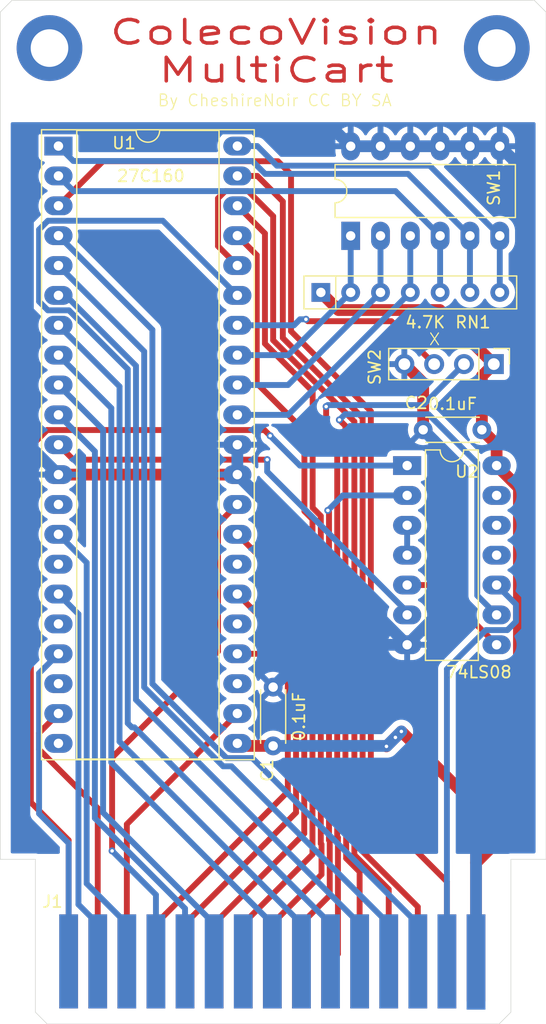
<source format=kicad_pcb>
(kicad_pcb (version 20240108) (generator "pcbnew") (generator_version "8.0")
  (layers (0 "F.Cu" signal) (31 "B.Cu" signal) (34 "B.Paste" user) (35 "F.Paste" user) (36 "B.SilkS" user "B.Silkscreen") (37 "F.SilkS" user "F.Silkscreen") (38 "B.Mask" user) (39 "F.Mask" user) (44 "Edge.Cuts" user))
  (net 0 "")
  (net 1 "VCC")
  (net 2 "GND")
  (net 3 "A8")
  (net 4 "D4")
  (net 5 "A3")
  (net 6 "A10")
  (net 7 "!CART_0XA0")
  (net 8 "D7")
  (net 9 "A6")
  (net 10 "A2")
  (net 11 "A5")
  (net 12 "A7")
  (net 13 "D3")
  (net 14 "A1")
  (net 15 "!CART_0X80")
  (net 16 "D1")
  (net 17 "D0")
  (net 18 "D6")
  (net 19 "D5")
  (net 20 "A4")
  (net 21 "A11")
  (net 22 "A9")
  (net 23 "A14")
  (net 24 "A12")
  (net 26 "D2")
  (net 27 "A0")
  (net 28 "A13")
  (net 29 "!CART_0xC0")
  (net 30 "!CART_0xE0")
  (net 31 "A16")
  (net 32 "A17")
  (net 33 "A20")
  (net 34 "A19")
  (net 35 "A18")
  (net 36 "A15")
  (net 41 "~{E}")
  (net 46 "Net-(U2-Pad3)")
  (net 47 "Net-(U2-Pad5)")
  (net 51 "Net-(U1-A13)")
  (footprint "Connector_PinHeader_2.54mm:PinHeader_1x04_P2.54mm_Vertical" (layer "F.Cu") (at 127.254 60.96 -90)
    (property "Reference" "SW2" (at 0.254 10.15 90) (layer "F.SilkS"))
    (property "Value" "SW_SP3T")
    (fp_line (start -1.33 8.95) (end 1.33 8.95) (stroke (width 0.12)) (layer "F.SilkS"))
    (fp_line (start -1.33 1.27) (end -1.33 8.95) (stroke (width 0.12)) (layer "F.SilkS"))
    (fp_line (start -1.33 1.27) (end 1.33 1.27) (stroke (width 0.12)) (layer "F.SilkS"))
    (fp_line (start 1.33 1.27) (end 1.33 8.95) (stroke (width 0.12)) (layer "F.SilkS"))
    (fp_line (start -1.33 0) (end -1.33 -1.33) (stroke (width 0.12)) (layer "F.SilkS"))
    (fp_line (start -1.33 -1.33) (end 0 -1.33) (stroke (width 0.12)) (layer "F.SilkS"))
    (pad "1" thru_hole rect (at 0 0 270) (size 1.7 1.7) (drill 1) (layers "*.Cu" "*.Mask") (net 1 "VCC"))
    (pad "2" thru_hole oval (at 0 2.54 270) (size 1.7 1.7) (drill 1) (layers "*.Cu" "*.Mask") (net 23 "A14"))
    (pad "3" thru_hole oval (at 0 5.08 270) (size 1.7 1.7) (drill 1) (layers "*.Cu" "*.Mask") (net 51 "Net-(U1-A13)"))
    (pad "4" thru_hole oval (at 0 7.62 270) (size 1.7 1.7) (drill 1) (layers "*.Cu" "*.Mask") (net 2 "GND"))
  )
  (footprint "MountingHole:MountingHole_3.2mm_M3_DIN965_Pad_TopBottom" (layer "F.Cu") (at 89.408 34.084)
    (property "Reference" "MH" (hide yes))
    (property "Value" "")
    (pad "1" thru_hole circle (at 0 0) (size 3.6 3.6) (drill 3.2) (layers "*.Cu" "*.Mask"))
    (pad "1" connect circle (at 0 0) (size 5.6 5.6) (layers "F.Cu" "F.Mask"))
    (pad "1" connect circle (at 0 0) (size 5.6 5.6) (layers "B.Cu" "B.Mask"))
  )
  (footprint "Package_DIP:DIP-12_W7.62mm_LongPads" (layer "F.Cu") (at 115.062 50.053 90)
    (property "Reference" "SW1" (at 4.079 12.192 90) (layer "F.SilkS"))
    (property "Value" "SW_DIP_x06")
    (fp_line (start 6.06 -1.33) (end 4.81 -1.33) (stroke (width 0.12)) (layer "F.SilkS"))
    (fp_line (start 2.81 -1.33) (end 1.56 -1.33) (stroke (width 0.12)) (layer "F.SilkS"))
    (fp_line (start 1.56 -1.33) (end 1.56 14.03) (stroke (width 0.12)) (layer "F.SilkS"))
    (fp_line (start 6.06 14.03) (end 6.06 -1.33) (stroke (width 0.12)) (layer "F.SilkS"))
    (fp_line (start 1.56 14.03) (end 6.06 14.03) (stroke (width 0.12)) (layer "F.SilkS"))
    (fp_arc (start 4.81 -1.33) (mid 3.81 -0.33) (end 2.81 -1.33) (stroke (width 0.12)) (layer "F.SilkS"))
    (pad "1" thru_hole rect (at 0 0 90) (size 2.4 1.6) (drill 0.8) (layers "*.Cu" "*.Mask") (net 36 "A15"))
    (pad "2" thru_hole oval (at 0 2.54 90) (size 2.4 1.6) (drill 0.8) (layers "*.Cu" "*.Mask") (net 31 "A16"))
    (pad "3" thru_hole oval (at 0 5.08 90) (size 2.4 1.6) (drill 0.8) (layers "*.Cu" "*.Mask") (net 32 "A17"))
    (pad "4" thru_hole oval (at 0 7.62 90) (size 2.4 1.6) (drill 0.8) (layers "*.Cu" "*.Mask") (net 35 "A18"))
    (pad "5" thru_hole oval (at 0 10.16 90) (size 2.4 1.6) (drill 0.8) (layers "*.Cu" "*.Mask") (net 34 "A19"))
    (pad "6" thru_hole oval (at 0 12.7 90) (size 2.4 1.6) (drill 0.8) (layers "*.Cu" "*.Mask") (net 33 "A20"))
    (pad "7" thru_hole oval (at 7.62 12.7 90) (size 2.4 1.6) (drill 0.8) (layers "*.Cu" "*.Mask") (net 2 "GND"))
    (pad "8" thru_hole oval (at 7.62 10.16 90) (size 2.4 1.6) (drill 0.8) (layers "*.Cu" "*.Mask") (net 2 "GND"))
    (pad "9" thru_hole oval (at 7.62 7.62 90) (size 2.4 1.6) (drill 0.8) (layers "*.Cu" "*.Mask") (net 2 "GND"))
    (pad "10" thru_hole oval (at 7.62 5.08 90) (size 2.4 1.6) (drill 0.8) (layers "*.Cu" "*.Mask") (net 2 "GND"))
    (pad "11" thru_hole oval (at 7.62 2.54 90) (size 2.4 1.6) (drill 0.8) (layers "*.Cu" "*.Mask") (net 2 "GND"))
    (pad "12" thru_hole oval (at 7.62 0 90) (size 2.4 1.6) (drill 0.8) (layers "*.Cu" "*.Mask") (net 2 "GND"))
  )
  (footprint "Package_DIP:DIP-42_W15.24mm_Socket_LongPads" (layer "F.Cu") (at 90.17 42.418)
    (property "Reference" "U1" (at 5.588 -0.254 0) (layer "F.SilkS"))
    (property "Value" "27C160" (at 7.874 2.54 0) (layer "F.SilkS"))
    (fp_line (start -1.44 -1.39) (end -1.44 52.19) (stroke (width 0.12)) (layer "F.SilkS"))
    (fp_line (start -1.44 52.19) (end 16.68 52.19) (stroke (width 0.12)) (layer "F.SilkS"))
    (fp_line (start 1.56 -1.33) (end 1.56 52.13) (stroke (width 0.12)) (layer "F.SilkS"))
    (fp_line (start 1.56 52.13) (end 13.68 52.13) (stroke (width 0.12)) (layer "F.SilkS"))
    (fp_line (start 6.62 -1.33) (end 1.56 -1.33) (stroke (width 0.12)) (layer "F.SilkS"))
    (fp_line (start 13.68 -1.33) (end 8.62 -1.33) (stroke (width 0.12)) (layer "F.SilkS"))
    (fp_line (start 13.68 52.13) (end 13.68 -1.33) (stroke (width 0.12)) (layer "F.SilkS"))
    (fp_line (start 16.68 -1.39) (end -1.44 -1.39) (stroke (width 0.12)) (layer "F.SilkS"))
    (fp_line (start 16.68 52.19) (end 16.68 -1.39) (stroke (width 0.12)) (layer "F.SilkS"))
    (fp_arc (start 8.62 -1.33) (mid 7.62 -0.33) (end 6.62 -1.33) (stroke (width 0.12)) (layer "F.SilkS"))
    (pad "1" thru_hole rect (at 0 0) (size 2.4 1.6) (drill 0.8) (layers "*.Cu" "*.Mask") (net 34 "A19"))
    (pad "2" thru_hole oval (at 0 2.54) (size 2.4 1.6) (drill 0.8) (layers "*.Cu" "*.Mask") (net 35 "A18"))
    (pad "3" thru_hole oval (at 0 5.08) (size 2.4 1.6) (drill 0.8) (layers "*.Cu" "*.Mask") (net 3 "A8"))
    (pad "4" thru_hole oval (at 0 7.62) (size 2.4 1.6) (drill 0.8) (layers "*.Cu" "*.Mask") (net 12 "A7"))
    (pad "5" thru_hole oval (at 0 10.16) (size 2.4 1.6) (drill 0.8) (layers "*.Cu" "*.Mask") (net 9 "A6"))
    (pad "6" thru_hole oval (at 0 12.7) (size 2.4 1.6) (drill 0.8) (layers "*.Cu" "*.Mask") (net 11 "A5"))
    (pad "7" thru_hole oval (at 0 15.24) (size 2.4 1.6) (drill 0.8) (layers "*.Cu" "*.Mask") (net 20 "A4"))
    (pad "8" thru_hole oval (at 0 17.78) (size 2.4 1.6) (drill 0.8) (layers "*.Cu" "*.Mask") (net 5 "A3"))
    (pad "9" thru_hole oval (at 0 20.32) (size 2.4 1.6) (drill 0.8) (layers "*.Cu" "*.Mask") (net 10 "A2"))
    (pad "10" thru_hole oval (at 0 22.86) (size 2.4 1.6) (drill 0.8) (layers "*.Cu" "*.Mask") (net 14 "A1"))
    (pad "11" thru_hole oval (at 0 25.4) (size 2.4 1.6) (drill 0.8) (layers "*.Cu" "*.Mask") (net 41 "~{E}"))
    (pad "12" thru_hole oval (at 0 27.94) (size 2.4 1.6) (drill 0.8) (layers "*.Cu" "*.Mask") (net 2 "GND"))
    (pad "13" thru_hole oval (at 0 30.48) (size 2.4 1.6) (drill 0.8) (layers "*.Cu" "*.Mask"))
    (pad "14" thru_hole oval (at 0 33.02) (size 2.4 1.6) (drill 0.8) (layers "*.Cu" "*.Mask") (net 17 "D0"))
    (pad "15" thru_hole oval (at 0 35.56) (size 2.4 1.6) (drill 0.8) (layers "*.Cu" "*.Mask"))
    (pad "16" thru_hole oval (at 0 38.1) (size 2.4 1.6) (drill 0.8) (layers "*.Cu" "*.Mask") (net 16 "D1"))
    (pad "17" thru_hole oval (at 0 40.64) (size 2.4 1.6) (drill 0.8) (layers "*.Cu" "*.Mask"))
    (pad "18" thru_hole oval (at 0 43.18) (size 2.4 1.6) (drill 0.8) (layers "*.Cu" "*.Mask") (net 26 "D2"))
    (pad "19" thru_hole oval (at 0 45.72) (size 2.4 1.6) (drill 0.8) (layers "*.Cu" "*.Mask"))
    (pad "20" thru_hole oval (at 0 48.26) (size 2.4 1.6) (drill 0.8) (layers "*.Cu" "*.Mask") (net 13 "D3"))
    (pad "21" thru_hole oval (at 0 50.8) (size 2.4 1.6) (drill 0.8) (layers "*.Cu" "*.Mask"))
    (pad "22" thru_hole oval (at 15.24 50.8) (size 2.4 1.6) (drill 0.8) (layers "*.Cu" "*.Mask") (net 1 "VCC"))
    (pad "23" thru_hole oval (at 15.24 48.26) (size 2.4 1.6) (drill 0.8) (layers "*.Cu" "*.Mask") (net 4 "D4"))
    (pad "24" thru_hole oval (at 15.24 45.72) (size 2.4 1.6) (drill 0.8) (layers "*.Cu" "*.Mask"))
    (pad "25" thru_hole oval (at 15.24 43.18) (size 2.4 1.6) (drill 0.8) (layers "*.Cu" "*.Mask") (net 19 "D5"))
    (pad "26" thru_hole oval (at 15.24 40.64) (size 2.4 1.6) (drill 0.8) (layers "*.Cu" "*.Mask"))
    (pad "27" thru_hole oval (at 15.24 38.1) (size 2.4 1.6) (drill 0.8) (layers "*.Cu" "*.Mask") (net 18 "D6"))
    (pad "28" thru_hole oval (at 15.24 35.56) (size 2.4 1.6) (drill 0.8) (layers "*.Cu" "*.Mask"))
    (pad "29" thru_hole oval (at 15.24 33.02) (size 2.4 1.6) (drill 0.8) (layers "*.Cu" "*.Mask") (net 8 "D7"))
    (pad "30" thru_hole oval (at 15.24 30.48) (size 2.4 1.6) (drill 0.8) (layers "*.Cu" "*.Mask") (net 27 "A0"))
    (pad "31" thru_hole oval (at 15.24 27.94) (size 2.4 1.6) (drill 0.8) (layers "*.Cu" "*.Mask") (net 2 "GND"))
    (pad "32" thru_hole oval (at 15.24 25.4) (size 2.4 1.6) (drill 0.8) (layers "*.Cu" "*.Mask") (net 2 "GND"))
    (pad "33" thru_hole oval (at 15.24 22.86) (size 2.4 1.6) (drill 0.8) (layers "*.Cu" "*.Mask") (net 32 "A17"))
    (pad "34" thru_hole oval (at 15.24 20.32) (size 2.4 1.6) (drill 0.8) (layers "*.Cu" "*.Mask") (net 31 "A16"))
    (pad "35" thru_hole oval (at 15.24 17.78) (size 2.4 1.6) (drill 0.8) (layers "*.Cu" "*.Mask") (net 36 "A15"))
    (pad "36" thru_hole oval (at 15.24 15.24) (size 2.4 1.6) (drill 0.8) (layers "*.Cu" "*.Mask") (net 51 "Net-(U1-A13)"))
    (pad "37" thru_hole oval (at 15.24 12.7) (size 2.4 1.6) (drill 0.8) (layers "*.Cu" "*.Mask") (net 28 "A13"))
    (pad "38" thru_hole oval (at 15.24 10.16) (size 2.4 1.6) (drill 0.8) (layers "*.Cu" "*.Mask") (net 24 "A12"))
    (pad "39" thru_hole oval (at 15.24 7.62) (size 2.4 1.6) (drill 0.8) (layers "*.Cu" "*.Mask") (net 21 "A11"))
    (pad "40" thru_hole oval (at 15.24 5.08) (size 2.4 1.6) (drill 0.8) (layers "*.Cu" "*.Mask") (net 6 "A10"))
    (pad "41" thru_hole oval (at 15.24 2.54) (size 2.4 1.6) (drill 0.8) (layers "*.Cu" "*.Mask") (net 22 "A9"))
    (pad "42" thru_hole oval (at 15.24 0) (size 2.4 1.6) (drill 0.8) (layers "*.Cu" "*.Mask") (net 33 "A20"))
  )
  (footprint "Capacitor_THT:C_Disc_D4.3mm_W1.9mm_P5.00mm" (layer "F.Cu") (at 126.238 66.548 180)
    (property "Reference" "C2" (at 5.588 2.286 0) (layer "F.SilkS"))
    (property "Value" "0.1uF" (at 2.5 2.2 0) (layer "F.SilkS"))
    (fp_line (start 4.77 1.055) (end 4.77 1.07) (stroke (width 0.12)) (layer "F.SilkS"))
    (fp_line (start 4.77 -1.07) (end 4.77 -1.055) (stroke (width 0.12)) (layer "F.SilkS"))
    (fp_line (start 0.23 1.07) (end 4.77 1.07) (stroke (width 0.12)) (layer "F.SilkS"))
    (fp_line (start 0.23 1.055) (end 0.23 1.07) (stroke (width 0.12)) (layer "F.SilkS"))
    (fp_line (start 0.23 -1.07) (end 4.77 -1.07) (stroke (width 0.12)) (layer "F.SilkS"))
    (fp_line (start 0.23 -1.07) (end 0.23 -1.055) (stroke (width 0.12)) (layer "F.SilkS"))
    (pad "1" thru_hole circle (at 0 0 180) (size 1.6 1.6) (drill 0.8) (layers "*.Cu" "*.Mask") (net 1 "VCC"))
    (pad "2" thru_hole circle (at 5 0 180) (size 1.6 1.6) (drill 0.8) (layers "*.Cu" "*.Mask") (net 2 "GND"))
  )
  (footprint "CheshBits:30 Way Edge Connector" (layer "F.Cu") (at 108.388281 112.014)
    (property "Reference" "J1" (at -18.726281 -5.334 0) (layer "F.SilkS"))
    (property "Value" "Cartridge Edge Connector")
    (pad "1" connect rect (at -17.349997 -0.254) (size 1.6 8) (layers "B.Cu" "B.Mask") (net 26 "D2"))
    (pad "2" connect rect (at -17.349997 -0.254) (size 1.6 8) (layers "F.Cu" "F.Mask") (net 29 "!CART_0xC0"))
    (pad "3" connect rect (at -14.87142 -0.254) (size 1.6 8) (layers "B.Cu" "B.Mask") (net 16 "D1"))
    (pad "4" connect rect (at -14.871426 -0.254) (size 1.6 8) (layers "F.Cu" "F.Mask") (net 13 "D3"))
    (pad "5" connect rect (at -12.392849 -0.254) (size 1.6 8) (layers "B.Cu" "B.Mask") (net 17 "D0"))
    (pad "6" connect rect (at -12.392855 -0.254) (size 1.6 8) (layers "F.Cu" "F.Mask") (net 4 "D4"))
    (pad "7" connect rect (at -9.914278 -0.254) (size 1.6 8) (layers "B.Cu" "B.Mask") (net 27 "A0"))
    (pad "8" connect rect (at -9.914284 -0.254) (size 1.6 8) (layers "F.Cu" "F.Mask") (net 19 "D5"))
    (pad "9" connect rect (at -7.435707 -0.254) (size 1.6 8) (layers "B.Cu" "B.Mask") (net 14 "A1"))
    (pad "10" connect rect (at -7.435713 -0.254) (size 1.6 8) (layers "F.Cu" "F.Mask") (net 18 "D6"))
    (pad "11" connect rect (at -4.957136 -0.254) (size 1.6 8) (layers "B.Cu" "B.Mask") (net 10 "A2"))
    (pad "12" connect rect (at -4.957142 -0.254) (size 1.6 8) (layers "F.Cu" "F.Mask") (net 8 "D7"))
    (pad "13" connect rect (at -2.478565 -0.254) (size 1.6 8) (layers "B.Cu" "B.Mask"))
    (pad "14" connect rect (at -2.478571 -0.254) (size 1.6 8) (layers "F.Cu" "F.Mask") (net 21 "A11"))
    (pad "15" connect rect (at 0.000006 -0.254) (size 1.6 8) (layers "B.Cu" "B.Mask") (net 5 "A3"))
    (pad "16" connect rect (at 0 -0.254) (size 1.6 8) (layers "F.Cu" "F.Mask") (net 6 "A10"))
    (pad "17" connect rect (at 2.478577 -0.254) (size 1.6 8) (layers "B.Cu" "B.Mask") (net 20 "A4"))
    (pad "18" connect rect (at 2.478571 -0.254) (size 1.6 8) (layers "F.Cu" "F.Mask") (net 15 "!CART_0X80"))
    (pad "19" connect rect (at 4.957148 -0.254) (size 1.6 8) (layers "B.Cu" "B.Mask") (net 28 "A13"))
    (pad "20" connect rect (at 4.957142 -0.254) (size 1.6 8) (layers "F.Cu" "F.Mask") (net 23 "A14"))
    (pad "21" connect rect (at 7.435719 -0.254) (size 1.6 8) (layers "B.Cu" "B.Mask") (net 11 "A5"))
    (pad "22" connect rect (at 7.435713 -0.254) (size 1.6 8) (layers "F.Cu" "F.Mask") (net 7 "!CART_0XA0"))
    (pad "23" connect rect (at 9.91429 -0.254) (size 1.6 8) (layers "B.Cu" "B.Mask") (net 9 "A6"))
    (pad "24" connect rect (at 9.914284 -0.254) (size 1.6 8) (layers "F.Cu" "F.Mask") (net 24 "A12"))
    (pad "25" connect rect (at 12.392861 -0.254) (size 1.6 8) (layers "B.Cu" "B.Mask") (net 12 "A7"))
    (pad "26" connect rect (at 12.392855 -0.254) (size 1.6 8) (layers "F.Cu" "F.Mask") (net 22 "A9"))
    (pad "27" connect rect (at 14.871432 -0.254) (size 1.6 8) (layers "B.Cu" "B.Mask") (net 30 "!CART_0xE0"))
    (pad "28" connect rect (at 14.871426 -0.254) (size 1.6 8) (layers "F.Cu" "F.Mask") (net 3 "A8"))
    (pad "29" connect rect (at 17.350003 -0.204) (size 1.6 8.1) (layers "B.Cu" "B.Mask") (net 2 "GND"))
    (pad "30" connect rect (at 17.350003 -0.554) (size 1.6 7.4) (layers "F.Cu" "F.Mask") (net 1 "VCC"))
  )
  (footprint "Package_DIP:DIP-14_W7.62mm_LongPads" (layer "F.Cu") (at 119.873 69.591)
    (property "Reference" "U2" (at 5.095 0.513 0) (layer "F.SilkS"))
    (property "Value" "74LS08" (at 6.111 17.57 0) (layer "F.SilkS"))
    (fp_line (start 1.56 -1.33) (end 1.56 16.57) (stroke (width 0.12)) (layer "F.SilkS"))
    (fp_line (start 1.56 16.57) (end 6.06 16.57) (stroke (width 0.12)) (layer "F.SilkS"))
    (fp_line (start 2.81 -1.33) (end 1.56 -1.33) (stroke (width 0.12)) (layer "F.SilkS"))
    (fp_line (start 6.06 -1.33) (end 4.81 -1.33) (stroke (width 0.12)) (layer "F.SilkS"))
    (fp_line (start 6.06 16.57) (end 6.06 -1.33) (stroke (width 0.12)) (layer "F.SilkS"))
    (fp_arc (start 4.81 -1.33) (mid 3.81 -0.33) (end 2.81 -1.33) (stroke (width 0.12)) (layer "F.SilkS"))
    (pad "1" thru_hole rect (at 0 0) (size 2.4 1.6) (drill 0.8) (layers "*.Cu" "*.Mask") (net 29 "!CART_0xC0"))
    (pad "2" thru_hole oval (at 0 2.54) (size 2.4 1.6) (drill 0.8) (layers "*.Cu" "*.Mask") (net 15 "!CART_0X80"))
    (pad "3" thru_hole oval (at 0 5.08) (size 2.4 1.6) (drill 0.8) (layers "*.Cu" "*.Mask") (net 46 "Net-(U2-Pad3)"))
    (pad "4" thru_hole oval (at 0 7.62) (size 2.4 1.6) (drill 0.8) (layers "*.Cu" "*.Mask") (net 46 "Net-(U2-Pad3)"))
    (pad "5" thru_hole oval (at 0 10.16) (size 2.4 1.6) (drill 0.8) (layers "*.Cu" "*.Mask") (net 47 "Net-(U2-Pad5)"))
    (pad "6" thru_hole oval (at 0 12.7) (size 2.4 1.6) (drill 0.8) (layers "*.Cu" "*.Mask") (net 41 "~{E}"))
    (pad "7" thru_hole oval (at 0 15.24) (size 2.4 1.6) (drill 0.8) (layers "*.Cu" "*.Mask") (net 2 "GND"))
    (pad "8" thru_hole oval (at 7.62 15.24) (size 2.4 1.6) (drill 0.8) (layers "*.Cu" "*.Mask") (net 47 "Net-(U2-Pad5)"))
    (pad "9" thru_hole oval (at 7.62 12.7) (size 2.4 1.6) (drill 0.8) (layers "*.Cu" "*.Mask") (net 7 "!CART_0XA0"))
    (pad "10" thru_hole oval (at 7.62 10.16) (size 2.4 1.6) (drill 0.8) (layers "*.Cu" "*.Mask") (net 30 "!CART_0xE0"))
    (pad "11" thru_hole oval (at 7.62 7.62) (size 2.4 1.6) (drill 0.8) (layers "*.Cu" "*.Mask"))
    (pad "12" thru_hole oval (at 7.62 5.08) (size 2.4 1.6) (drill 0.8) (layers "*.Cu" "*.Mask"))
    (pad "13" thru_hole oval (at 7.62 2.54) (size 2.4 1.6) (drill 0.8) (layers "*.Cu" "*.Mask"))
    (pad "14" thru_hole oval (at 7.62 0) (size 2.4 1.6) (drill 0.8) (layers "*.Cu" "*.Mask") (net 1 "VCC"))
  )
  (footprint "Resistor_THT:R_Array_SIP7" (layer "F.Cu") (at 112.522 54.864)
    (property "Reference" "RN1" (at 12.954 2.54 0) (layer "F.SilkS"))
    (property "Value" "4.7K" (at 8.89 2.54 0) (layer "F.SilkS"))
    (fp_line (start -1.44 -1.4) (end -1.44 1.4) (stroke (width 0.12)) (layer "F.SilkS"))
    (fp_line (start -1.44 1.4) (end 16.68 1.4) (stroke (width 0.12)) (layer "F.SilkS"))
    (fp_line (start 1.27 -1.4) (end 1.27 1.4) (stroke (width 0.12)) (layer "F.SilkS"))
    (fp_line (start 16.68 -1.4) (end -1.44 -1.4) (stroke (width 0.12)) (layer "F.SilkS"))
    (fp_line (start 16.68 1.4) (end 16.68 -1.4) (stroke (width 0.12)) (layer "F.SilkS"))
    (pad "1" thru_hole rect (at 0 0) (size 1.6 1.6) (drill 0.8) (layers "*.Cu" "*.Mask") (net 1 "VCC"))
    (pad "2" thru_hole oval (at 2.54 0) (size 1.6 1.6) (drill 0.8) (layers "*.Cu" "*.Mask") (net 36 "A15"))
    (pad "3" thru_hole oval (at 5.08 0) (size 1.6 1.6) (drill 0.8) (layers "*.Cu" "*.Mask") (net 31 "A16"))
    (pad "4" thru_hole oval (at 7.62 0) (size 1.6 1.6) (drill 0.8) (layers "*.Cu" "*.Mask") (net 32 "A17"))
    (pad "5" thru_hole oval (at 10.16 0) (size 1.6 1.6) (drill 0.8) (layers "*.Cu" "*.Mask") (net 35 "A18"))
    (pad "6" thru_hole oval (at 12.7 0) (size 1.6 1.6) (drill 0.8) (layers "*.Cu" "*.Mask") (net 34 "A19"))
    (pad "7" thru_hole oval (at 15.24 0) (size 1.6 1.6) (drill 0.8) (layers "*.Cu" "*.Mask") (net 33 "A20"))
  )
  (footprint "Capacitor_THT:C_Disc_D4.3mm_W1.9mm_P5.00mm" (layer "F.Cu") (at 108.458 93.432 90)
    (property "Reference" "C1" (at -2.072 -0.508 90) (layer "F.SilkS"))
    (property "Value" "0.1uF" (at 2.5 2.2 90) (layer "F.SilkS"))
    (fp_line (start 4.77 -1.07) (end 4.77 -1.055) (stroke (width 0.12)) (layer "F.SilkS"))
    (fp_line (start 0.23 -1.07) (end 4.77 -1.07) (stroke (width 0.12)) (layer "F.SilkS"))
    (fp_line (start 0.23 -1.07) (end 0.23 -1.055) (stroke (width 0.12)) (layer "F.SilkS"))
    (fp_line (start 4.77 1.055) (end 4.77 1.07) (stroke (width 0.12)) (layer "F.SilkS"))
    (fp_line (start 0.23 1.055) (end 0.23 1.07) (stroke (width 0.12)) (layer "F.SilkS"))
    (fp_line (start 0.23 1.07) (end 4.77 1.07) (stroke (width 0.12)) (layer "F.SilkS"))
    (pad "1" thru_hole circle (at 0 0 90) (size 1.6 1.6) (drill 0.8) (layers "*.Cu" "*.Mask") (net 1 "VCC"))
    (pad "2" thru_hole circle (at 5 0 90) (size 1.6 1.6) (drill 0.8) (layers "*.Cu" "*.Mask") (net 2 "GND"))
  )
  (footprint "MountingHole:MountingHole_3.2mm_M3_DIN965_Pad_TopBottom" (layer "F.Cu") (at 127.508 34.084)
    (property "Reference" "MH" (hide yes))
    (property "Value" "")
    (pad "1" thru_hole circle (at 0 0) (size 3.6 3.6) (drill 3.2) (layers "*.Cu" "*.Mask"))
    (pad "1" connect circle (at 0 0) (size 5.6 5.6) (layers "F.Cu" "F.Mask"))
    (pad "1" connect circle (at 0 0) (size 5.6 5.6) (layers "B.Cu" "B.Mask"))
  )
  (gr_line (start 130.699 30.02) (end 86.217 30.02) (stroke (width 0.05)) (layer "Edge.Cuts"))
  (gr_line (start 88.208 103.078) (end 85.217 103.078) (stroke (width 0.05)) (layer "Edge.Cuts"))
  (gr_line (start 88.208 116.078) (end 89.208 117.078) (stroke (width 0.05)) (layer "Edge.Cuts"))
  (gr_line (start 128.708 116.078) (end 128.708 103.078) (stroke (width 0.05)) (layer "Edge.Cuts"))
  (gr_line (start 131.699 31.02) (end 131.699 103.078) (stroke (width 0.05)) (layer "Edge.Cuts"))
  (gr_line (start 130.699 30.02) (end 131.699 31.02) (stroke (width 0.05)) (layer "Edge.Cuts"))
  (gr_line (start 131.699 103.078) (end 128.708 103.078) (stroke (width 0.05)) (layer "Edge.Cuts"))
  (gr_line (start 89.208 117.078) (end 127.708 117.078) (stroke (width 0.05)) (layer "Edge.Cuts"))
  (gr_line (start 127.708 117.078) (end 128.708 116.078) (stroke (width 0.05)) (layer "Edge.Cuts"))
  (gr_line (start 86.217 30.02) (end 85.217 31.02) (stroke (width 0.05)) (layer "Edge.Cuts"))
  (gr_line (start 88.208 103.078) (end 88.208 116.078) (stroke (width 0.05)) (layer "Edge.Cuts"))
  (gr_line (start 85.217 103.078) (end 85.217 31.02) (stroke (width 0.05)) (layer "Edge.Cuts"))
  (gr_text "ColecoVision\nMultiCart" (at 108.712 37.132 0) (layer "F.Cu") (effects (font (size 2 3) (thickness 0.3) (bold yes)) (justify bottom)))
  (gr_text "By CheshireNoir CC BY SA" (at 98.552 39.116 0) (layer "F.SilkS") (effects (font (size 1 1) (thickness 0.1)) (justify left bottom)))
  (gr_text "X" (at 121.666 59.436 0) (layer "F.SilkS") (effects (font (size 1 1) (thickness 0.1)) (justify left bottom)))
  (segment (start 105.624 93.432) (end 105.41 93.218) (width 1) (layer "F.Cu") (net 1))
  (segment (start 127.254 60.96) (end 122.658 56.364) (width 1) (layer "F.Cu") (net 1))
  (segment (start 119.38 92.202) (end 118.872 92.71) (width 1) (layer "F.Cu") (net 1))
  (segment (start 127.493 67.803) (end 126.238 66.548) (width 1) (layer "F.Cu") (net 1))
  (segment (start 125.738284 111.46) (end 125.738284 103.369716) (width 1) (layer "F.Cu") (net 1))
  (segment (start 114.022 56.364) (end 112.522 54.864) (width 1) (layer "F.Cu") (net 1))
  (segment (start 127.493 69.591) (end 127.249 69.591) (width 1) (layer "F.Cu") (net 1))
  (segment (start 122.658 56.364) (end 114.022 56.364) (width 1) (layer "F.Cu") (net 1))
  (segment (start 108.458 93.432) (end 105.624 93.432) (width 1) (layer "F.Cu") (net 1))
  (segment (start 127.493 69.591) (end 127.493 67.803) (width 1) (layer "F.Cu") (net 1))
  (segment (start 129.393 99.715) (end 129.393 71.491) (width 1) (layer "F.Cu") (net 1))
  (segment (start 126.238 66.548) (end 126.238 61.976) (width 1) (layer "F.Cu") (net 1))
  (segment (start 129.393 71.491) (end 127.493 69.591) (width 1) (layer "F.Cu") (net 1))
  (segment (start 126.238 61.976) (end 127.254 60.96) (width 1) (layer "F.Cu") (net 1))
  (segment (start 118.872 92.71) (end 118.11 93.472) (width 1) (layer "F.Cu") (net 1))
  (segment (start 125.738284 103.369716) (end 129.393 99.715) (width 1) (layer "F.Cu") (net 1))
  (segment (start 119.38 92.202) (end 125.738284 98.560284) (width 1) (layer "F.Cu") (net 1))
  (segment (start 125.738284 98.560284) (end 125.738284 103.369716) (width 1) (layer "F.Cu") (net 1))
  (via (at 118.872 92.71) (size 0.6) (drill 0.3) (layers "F.Cu" "B.Cu") (net 1))
  (via (at 118.11 93.472) (size 0.6) (drill 0.3) (layers "F.Cu" "B.Cu") (net 1))
  (via (at 119.38 92.202) (size 0.6) (drill 0.3) (layers "F.Cu" "B.Cu") (net 1))
  (segment (start 108.458 93.432) (end 118.15 93.432) (width 1) (layer "B.Cu") (net 1))
  (segment (start 105.664 93.472) (end 105.41 93.218) (width 1) (layer "B.Cu") (net 1))
  (segment (start 118.15 93.432) (end 119.38 92.202) (width 1) (layer "B.Cu") (net 1))
  (segment (start 121.238 66.548) (end 121.238 62.564) (width 1) (layer "F.Cu") (net 2))
  (segment (start 90.17 70.358) (end 105.41 70.358) (width 1) (layer "F.Cu") (net 2))
  (segment (start 121.238 62.564) (end 119.634 60.96) (width 1) (layer "F.Cu") (net 2))
  (segment (start 112.059 84.831) (end 108.458 88.432) (width 1) (layer "B.Cu") (net 2))
  (segment (start 88.27 40.918) (end 87.57 41.618) (width 1) (layer "B.Cu") (net 2))
  (segment (start 105.41 70.37668) (end 119.86432 84.831) (width 1) (layer "B.Cu") (net 2))
  (segment (start 130.093 44.764) (end 127.762 42.433) (width 1) (layer "B.Cu") (net 2))
  (segment (start 125.738284 96.568284) (end 130.093 92.213568) (width 1) (layer "B.Cu") (net 2))
  (segment (start 122.174001 82.529999) (end 122.174001 67.484001) (width 1) (layer "B.Cu") (net 2))
  (segment (start 119.86432 84.831) (end 119.873 84.831) (width 1) (layer "B.Cu") (net 2))
  (segment (start 130.093 61.976) (end 130.093 44.764) (width 1) (layer "B.Cu") (net 2))
  (segment (start 105.41 70.358) (end 105.41 67.818) (width 1) (layer "B.Cu") (net 2))
  (segment (start 87.57 41.618) (end 87.57 67.758) (width 1) (layer "B.Cu") (net 2))
  (segment (start 119.873 84.831) (end 112.059 84.831) (width 1) (layer "B.Cu") (net 2))
  (segment (start 130.093 92.213568) (end 130.093 61.976) (width 1) (layer "B.Cu") (net 2))
  (segment (start 115.062 42.433) (end 113.547 40.918) (width 1) (layer "B.Cu") (net 2))
  (segment (start 87.57 67.758) (end 90.17 70.358) (width 1) (layer "B.Cu") (net 2))
  (segment (start 125.738284 108.56) (end 125.738284 111.81) (width 1) (layer "B.Cu") (net 2))
  (segment (start 122.174001 67.484001) (end 121.238 66.548) (width 1) (layer "B.Cu") (net 2))
  (segment (start 105.41 70.358) (end 105.41 70.37668) (width 1) (layer "B.Cu") (net 2))
  (segment (start 122.174001 82.529999) (end 119.873 84.831) (width 1) (layer "B.Cu") (net 2))
  (segment (start 127.762 42.433) (end 115.062 42.433) (width 1) (layer "B.Cu") (net 2))
  (segment (start 113.547 40.918) (end 88.27 40.918) (width 1) (layer "B.Cu") (net 2))
  (segment (start 125.738284 111.81) (end 125.738284 96.568284) (width 1) (layer "B.Cu") (net 2))
  (segment (start 123.259707 111.76) (end 123.259707 104.971707) (width 0.5) (layer "F.Cu") (net 3))
  (segment (start 116.778 98.49) (end 116.778 64.962) (width 0.5) (layer "F.Cu") (net 3))
  (segment (start 109.982 58.166) (end 109.982 44.822233) (width 0.5) (layer "F.Cu") (net 3))
  (segment (start 116.778 64.962) (end 109.982 58.166) (width 0.5) (layer "F.Cu") (net 3))
  (segment (start 108.867767 43.708) (end 93.96 43.708) (width 0.5) (layer "F.Cu") (net 3))
  (segment (start 93.96 43.708) (end 90.17 47.498) (width 0.5) (layer "F.Cu") (net 3))
  (segment (start 109.982 44.822233) (end 108.867767 43.708) (width 0.5) (layer "F.Cu") (net 3))
  (segment (start 123.259707 104.971707) (end 116.778 98.49) (width 0.5) (layer "F.Cu") (net 3))
  (segment (start 95.995426 100.092574) (end 105.41 90.678) (width 0.5) (layer "F.Cu") (net 4))
  (segment (start 95.995426 111.76) (end 95.995426 100.092574) (width 0.5) (layer "F.Cu") (net 4))
  (segment (start 94.674 94.845713) (end 94.674 64.702) (width 0.5) (layer "B.Cu") (net 5))
  (segment (start 94.674 64.702) (end 90.17 60.198) (width 0.5) (layer "B.Cu") (net 5))
  (segment (start 108.388287 111.76) (end 108.388287 108.56) (width 0.5) (layer "B.Cu") (net 5))
  (segment (start 108.388287 108.56) (end 94.674 94.845713) (width 0.5) (layer "B.Cu") (net 5))
  (segment (start 108.388281 108.56) (end 112.578 104.370281) (width 0.5) (layer "F.Cu") (net 6))
  (segment (start 111.822 63.28195) (end 107.76 59.21995) (width 0.5) (layer "F.Cu") (net 6))
  (segment (start 112.578 101.805799) (end 112.516 101.743799) (width 0.5) (layer "F.Cu") (net 6))
  (segment (start 112.578 104.370281) (end 112.578 101.805799) (width 0.5) (layer "F.Cu") (net 6))
  (segment (start 107.76 59.21995) (end 107.76 49.848) (width 0.5) (layer "F.Cu") (net 6))
  (segment (start 107.76 49.848) (end 105.41 47.498) (width 0.5) (layer "F.Cu") (net 6))
  (segment (start 108.388281 111.76) (end 108.388281 108.56) (width 0.5) (layer "F.Cu") (net 6))
  (segment (start 112.516 101.743799) (end 112.516 73.875371) (width 0.5) (layer "F.Cu") (net 6))
  (segment (start 112.516 73.875371) (end 111.822 73.181371) (width 0.5) (layer "F.Cu") (net 6))
  (segment (start 111.822 73.181371) (end 111.822 63.28195) (width 0.5) (layer "F.Cu") (net 6))
  (segment (start 114.616 100.873949) (end 114.616 66.217372) (width 0.5) (layer "F.Cu") (net 7))
  (segment (start 115.823994 104.139994) (end 114.678 102.994) (width 0.5) (layer "F.Cu") (net 7))
  (segment (start 114.678 100.935949) (end 114.616 100.873949) (width 0.5) (layer "F.Cu") (net 7))
  (segment (start 115.823994 111.76) (end 115.823994 104.139994) (width 0.5) (layer "F.Cu") (net 7))
  (segment (start 114.678 102.994) (end 114.678 100.935949) (width 0.5) (layer "F.Cu") (net 7))
  (segment (start 114.616 66.217372) (end 114.102447 65.703819) (width 0.5) (layer "F.Cu") (net 7))
  (via (at 114.102447 65.703819) (size 0.6) (drill 0.3) (layers "F.Cu" "B.Cu") (net 7))
  (segment (start 125.843 80.641) (end 125.843 69.385233) (width 0.5) (layer "B.Cu") (net 7))
  (segment (start 121.686033 65.228266) (end 114.578 65.228266) (width 0.5) (layer "B.Cu") (net 7))
  (segment (start 127.493 82.291) (end 125.843 80.641) (width 0.5) (layer "B.Cu") (net 7))
  (segment (start 114.578 65.228266) (end 114.102447 65.703819) (width 0.5) (layer "B.Cu") (net 7))
  (segment (start 125.843 69.385233) (end 121.686033 65.228266) (width 0.5) (layer "B.Cu") (net 7))
  (segment (start 111.108 100.883139) (end 111.108 82.406) (width 0.5) (layer "F.Cu") (net 8))
  (segment (start 108.46 78.488) (end 105.41 75.438) (width 0.5) (layer "F.Cu") (net 8))
  (segment (start 103.431139 108.56) (end 111.108 100.883139) (width 0.5) (layer "F.Cu") (net 8))
  (segment (start 103.431139 111.76) (end 103.431139 108.56) (width 0.5) (layer "F.Cu") (net 8))
  (segment (start 108.46 79.758) (end 108.46 78.488) (width 0.5) (layer "F.Cu") (net 8))
  (segment (start 111.108 82.406) (end 108.46 79.758) (width 0.5) (layer "F.Cu") (net 8))
  (segment (start 104.202283 95.168) (end 97.474 88.439717) (width 0.5) (layer "B.Cu") (net 9))
  (segment (start 104.910571 95.168) (end 104.202283 95.168) (width 0.5) (layer "B.Cu") (net 9))
  (segment (start 97.474 59.882) (end 90.17 52.578) (width 0.5) (layer "B.Cu") (net 9))
  (segment (start 118.302571 108.56) (end 104.910571 95.168) (width 0.5) (layer "B.Cu") (net 9))
  (segment (start 118.302571 111.76) (end 118.302571 108.56) (width 0.5) (layer "B.Cu") (net 9))
  (segment (start 97.474 88.439717) (end 97.474 59.882) (width 0.5) (layer "B.Cu") (net 9))
  (segment (start 103.431145 108.56) (end 93.974 99.102855) (width 0.5) (layer "B.Cu") (net 10))
  (segment (start 93.974 66.542) (end 90.17 62.738) (width 0.5) (layer "B.Cu") (net 10))
  (segment (start 103.431145 111.76) (end 103.431145 108.56) (width 0.5) (layer "B.Cu") (net 10))
  (segment (start 93.974 99.102855) (end 93.974 66.542) (width 0.5) (layer "B.Cu") (net 10))
  (segment (start 115.824 108.56) (end 96.774 89.51) (width 0.5) (layer "B.Cu") (net 11))
  (segment (start 96.774 61.104283) (end 90.787717 55.118) (width 0.5) (layer "B.Cu") (net 11))
  (segment (start 115.824 111.76) (end 115.824 108.56) (width 0.5) (layer "B.Cu") (net 11))
  (segment (start 90.787717 55.118) (end 90.17 55.118) (width 0.5) (layer "B.Cu") (net 11))
  (segment (start 96.774 89.51) (end 96.774 61.104283) (width 0.5) (layer "B.Cu") (net 11))
  (segment (start 98.174 58.042) (end 90.17 50.038) (width 0.5) (layer "B.Cu") (net 12))
  (segment (start 98.174 88.149767) (end 98.174 58.042) (width 0.5) (layer "B.Cu") (net 12))
  (segment (start 104.492233 94.468) (end 98.174 88.149767) (width 0.5) (layer "B.Cu") (net 12))
  (segment (start 106.689142 94.468) (end 104.492233 94.468) (width 0.5) (layer "B.Cu") (net 12))
  (segment (start 120.781142 111.76) (end 120.781142 108.56) (width 0.5) (layer "B.Cu") (net 12))
  (segment (start 120.781142 108.56) (end 106.689142 94.468) (width 0.5) (layer "B.Cu") (net 12))
  (segment (start 88.52 93.735767) (end 88.52 92.328) (width 0.5) (layer "F.Cu") (net 13))
  (segment (start 93.516855 111.76) (end 93.516855 98.732622) (width 0.5) (layer "F.Cu") (net 13))
  (segment (start 88.52 92.328) (end 90.17 90.678) (width 0.5) (layer "F.Cu") (net 13))
  (segment (start 93.516855 98.732622) (end 88.52 93.735767) (width 0.5) (layer "F.Cu") (net 13))
  (segment (start 93.274 99.581426) (end 93.274 68.382) (width 0.5) (layer "B.Cu") (net 14))
  (segment (start 100.952574 107.26) (end 93.274 99.581426) (width 0.5) (layer "B.Cu") (net 14))
  (segment (start 93.274 68.382) (end 90.17 65.278) (width 0.5) (layer "B.Cu") (net 14))
  (segment (start 100.952574 111.76) (end 100.952574 107.26) (width 0.5) (layer "B.Cu") (net 14))
  (segment (start 110.866852 111.76) (end 110.866852 108.56) (width 0.5) (layer "F.Cu") (net 15))
  (segment (start 113.216 101.453849) (end 113.216 73.506) (width 0.5) (layer "F.Cu") (net 15))
  (segment (start 113.278 106.148852) (end 113.278 101.515849) (width 0.5) (layer "F.Cu") (net 15))
  (segment (start 113.216 73.506) (end 113.116 73.406) (width 0.5) (layer "F.Cu") (net 15))
  (segment (start 110.866852 108.56) (end 113.278 106.148852) (width 0.5) (layer "F.Cu") (net 15))
  (segment (start 113.278 101.515849) (end 113.216 101.453849) (width 0.5) (layer "F.Cu") (net 15))
  (via (at 113.116 73.406) (size 0.6) (drill 0.3) (layers "F.Cu" "B.Cu") (net 15))
  (segment (start 119.873 72.131) (end 114.391 72.131) (width 0.5) (layer "B.Cu") (net 15))
  (segment (start 114.391 72.131) (end 113.116 73.406) (width 0.5) (layer "B.Cu") (net 15))
  (segment (start 91.874 106.917139) (end 91.874 82.222) (width 0.5) (layer "B.Cu") (net 16))
  (segment (start 91.874 82.222) (end 90.17 80.518) (width 0.5) (layer "B.Cu") (net 16))
  (segment (start 93.516861 108.56) (end 91.874 106.917139) (width 0.5) (layer "B.Cu") (net 16))
  (segment (start 93.516861 111.76) (end 93.516861 108.56) (width 0.5) (layer "B.Cu") (net 16))
  (segment (start 92.574 105.138568) (end 92.574 77.842) (width 0.5) (layer "B.Cu") (net 17))
  (segment (start 92.574 77.842) (end 90.17 75.438) (width 0.5) (layer "B.Cu") (net 17))
  (segment (start 95.995432 108.56) (end 92.574 105.138568) (width 0.5) (layer "B.Cu") (net 17))
  (segment (start 95.995432 111.76) (end 95.995432 108.56) (width 0.5) (layer "B.Cu") (net 17))
  (segment (start 110.408 99.104568) (end 110.408 85.516) (width 0.5) (layer "F.Cu") (net 18))
  (segment (start 110.408 85.516) (end 105.41 80.518) (width 0.5) (layer "F.Cu") (net 18))
  (segment (start 100.952568 111.76) (end 100.952568 108.56) (width 0.5) (layer "F.Cu") (net 18))
  (segment (start 100.952568 108.56) (end 110.408 99.104568) (width 0.5) (layer "F.Cu") (net 18))
  (segment (start 109.708 97.325997) (end 109.708 87.102) (width 0.5) (layer "F.Cu") (net 19))
  (segment (start 98.473997 108.56) (end 109.708 97.325997) (width 0.5) (layer "F.Cu") (net 19))
  (segment (start 108.204 85.598) (end 105.41 85.598) (width 0.5) (layer "F.Cu") (net 19))
  (segment (start 109.708 87.102) (end 108.204 85.598) (width 0.5) (layer "F.Cu") (net 19))
  (segment (start 98.473997 111.76) (end 98.473997 108.56) (width 0.5) (layer "F.Cu") (net 19))
  (segment (start 95.374 93.067142) (end 95.374 62.862) (width 0.5) (layer "B.Cu") (net 20))
  (segment (start 110.866858 108.56) (end 95.374 93.067142) (width 0.5) (layer "B.Cu") (net 20))
  (segment (start 110.866858 111.76) (end 110.866858 108.56) (width 0.5) (layer "B.Cu") (net 20))
  (segment (start 95.374 62.862) (end 90.17 57.658) (width 0.5) (layer "B.Cu") (net 20))
  (segment (start 111.122 66.64595) (end 107.06 62.58395) (width 0.5) (layer "F.Cu") (net 21))
  (segment (start 111.122 73.471321) (end 111.122 66.64595) (width 0.5) (layer "F.Cu") (net 21))
  (segment (start 111.808 74.157321) (end 111.122 73.471321) (width 0.5) (layer "F.Cu") (net 21))
  (segment (start 105.90971 111.76) (end 105.90971 108.56) (width 0.5) (layer "F.Cu") (net 21))
  (segment (start 111.808 102.66171) (end 111.808 74.157321) (width 0.5) (layer "F.Cu") (net 21))
  (segment (start 105.90971 108.56) (end 111.808 102.66171) (width 0.5) (layer "F.Cu") (net 21))
  (segment (start 107.06 62.58395) (end 107.06 51.688) (width 0.5) (layer "F.Cu") (net 21))
  (segment (start 107.06 51.688) (end 105.41 50.038) (width 0.5) (layer "F.Cu") (net 21))
  (segment (start 116.078 102.4141) (end 116.078 65.532) (width 0.5) (layer "F.Cu") (net 22))
  (segment (start 120.781136 107.117236) (end 116.078 102.4141) (width 0.5) (layer "F.Cu") (net 22))
  (segment (start 107.11 44.958) (end 105.41 44.958) (width 0.5) (layer "F.Cu") (net 22))
  (segment (start 120.781136 111.76) (end 120.781136 107.117236) (width 0.5) (layer "F.Cu") (net 22))
  (segment (start 109.282 58.736) (end 109.282 47.13) (width 0.5) (layer "F.Cu") (net 22))
  (segment (start 109.282 47.13) (end 107.11 44.958) (width 0.5) (layer "F.Cu") (net 22))
  (segment (start 116.078 65.532) (end 109.282 58.736) (width 0.5) (layer "F.Cu") (net 22))
  (segment (start 112.972314 66.744314) (end 112.972314 64.573686) (width 0.5) (layer "F.Cu") (net 23))
  (segment (start 113.916 67.688) (end 112.972314 66.744314) (width 0.5) (layer "F.Cu") (net 23))
  (segment (start 113.978 101.225899) (end 113.916 101.163899) (width 0.5) (layer "F.Cu") (net 23))
  (segment (start 113.345423 111.76) (end 113.978 111.127423) (width 0.5) (layer "F.Cu") (net 23))
  (segment (start 113.978 111.127423) (end 113.978 101.225899) (width 0.5) (layer "F.Cu") (net 23))
  (segment (start 113.916 101.163899) (end 113.916 67.688) (width 0.5) (layer "F.Cu") (net 23))
  (via (at 112.972314 64.573686) (size 0.6) (drill 0.3) (layers "F.Cu" "B.Cu") (net 23))
  (segment (start 121.227314 64.446686) (end 113.099314 64.446686) (width 0.5) (layer "B.Cu") (net 23))
  (segment (start 113.099314 64.446686) (end 112.972314 64.573686) (width 0.5) (layer "B.Cu") (net 23))
  (segment (start 124.714 60.96) (end 121.227314 64.446686) (width 0.5) (layer "B.Cu") (net 23))
  (segment (start 103.76 46.862) (end 104.374 46.248) (width 0.5) (layer "F.Cu") (net 24))
  (segment (start 108.46 58.93) (end 115.378 65.848) (width 0.5) (layer "F.Cu") (net 24))
  (segment (start 115.378 65.848) (end 115.378 102.70405) (width 0.5) (layer "F.Cu") (net 24))
  (segment (start 115.378 102.70405) (end 118.302565 105.628615) (width 0.5) (layer "F.Cu") (net 24))
  (segment (start 103.76 50.928) (end 103.76 46.862) (width 0.5) (layer "F.Cu") (net 24))
  (segment (start 105.41 52.578) (end 103.76 50.928) (width 0.5) (layer "F.Cu") (net 24))
  (segment (start 106.327767 46.248) (end 108.46 48.380233) (width 0.5) (layer "F.Cu") (net 24))
  (segment (start 104.374 46.248) (end 106.327767 46.248) (width 0.5) (layer "F.Cu") (net 24))
  (segment (start 108.46 48.380233) (end 108.46 58.93) (width 0.5) (layer "F.Cu") (net 24))
  (segment (start 118.302565 105.628615) (end 118.302565 111.76) (width 0.5) (layer "F.Cu") (net 24))
  (segment (start 88.52 87.248) (end 90.17 85.598) (width 0.5) (layer "B.Cu") (net 26))
  (segment (start 91.038284 101.706284) (end 88.52 99.188) (width 0.5) (layer "B.Cu") (net 26))
  (segment (start 88.52 99.188) (end 88.52 87.248) (width 0.5) (layer "B.Cu") (net 26))
  (segment (start 91.038284 111.76) (end 91.038284 101.706284) (width 0.5) (layer "B.Cu") (net 26))
  (segment (start 103.76 85.399289) (end 103.76 74.548) (width 0.5) (layer "F.Cu") (net 27))
  (segment (start 94.742 94.417289) (end 103.76 85.399289) (width 0.5) (layer "F.Cu") (net 27))
  (segment (start 94.742 102.362) (end 94.742 94.417289) (width 0.5) (layer "F.Cu") (net 27))
  (segment (start 103.76 74.548) (end 105.41 72.898) (width 0.5) (layer "F.Cu") (net 27))
  (via (at 94.742 102.362) (size 0.6) (drill 0.3) (layers "F.Cu" "B.Cu") (net 27))
  (segment (start 98.474003 111.76) (end 98.474003 106.094003) (width 0.5) (layer "B.Cu") (net 27))
  (segment (start 98.474003 106.094003) (end 94.742 102.362) (width 0.5) (layer "B.Cu") (net 27))
  (segment (start 96.074 91.502) (end 96.074 61.394233) (width 0.5) (layer "B.Cu") (net 28))
  (segment (start 91.067767 56.388) (end 89.272233 56.388) (width 0.5) (layer "B.Cu") (net 28))
  (segment (start 89.272233 56.388) (end 88.52 55.635767) (width 0.5) (layer "B.Cu") (net 28))
  (segment (start 88.52 55.635767) (end 88.52 49.520233) (width 0.5) (layer "B.Cu") (net 28))
  (segment (start 88.52 49.520233) (end 89.272233 48.768) (width 0.5) (layer "B.Cu") (net 28))
  (segment (start 96.426959 91.854959) (end 96.074 91.502) (width 0.5) (layer "B.Cu") (net 28))
  (segment (start 89.272233 48.768) (end 99.06 48.768) (width 0.5) (layer "B.Cu") (net 28))
  (segment (start 113.345429 111.76) (end 113.345429 108.56) (width 0.5) (layer "B.Cu") (net 28))
  (segment (start 96.074 61.394233) (end 91.067767 56.388) (width 0.5) (layer "B.Cu") (net 28))
  (segment (start 99.06 48.768) (end 105.41 55.118) (width 0.5) (layer "B.Cu") (net 28))
  (segment (start 96.640388 91.854959) (end 96.426959 91.854959) (width 0.5) (layer "B.Cu") (net 28))
  (segment (start 113.345429 108.56) (end 96.640388 91.854959) (width 0.5) (layer "B.Cu") (net 28))
  (segment (start 89.212233 66.568) (end 107.716 66.568) (width 0.5) (layer "F.Cu") (net 29))
  (segment (start 91.038284 101.452284) (end 87.82 98.234) (width 0.5) (layer "F.Cu") (net 29))
  (segment (start 107.716 66.568) (end 108.204 67.056) (width 0.5) (layer "F.Cu") (net 29))
  (segment (start 87.82 67.960233) (end 89.212233 66.568) (width 0.5) (layer "F.Cu") (net 29))
  (segment (start 91.038284 111.76) (end 91.038284 101.452284) (width 0.5) (layer "F.Cu") (net 29))
  (segment (start 87.82 98.234) (end 87.82 67.960233) (width 0.5) (layer "F.Cu") (net 29))
  (via (at 108.204 67.056) (size 0.6) (drill 0.3) (layers "F.Cu" "B.Cu") (net 29))
  (segment (start 110.739 69.591) (end 119.873 69.591) (width 0.5) (layer "B.Cu") (net 29))
  (segment (start 108.204 67.056) (end 110.739 69.591) (width 0.5) (layer "B.Cu") (net 29))
  (segment (start 127.493 79.751) (end 129.143 81.401) (width 0.5) (layer "B.Cu") (net 30))
  (segment (start 129.143 81.401) (end 129.143 82.848767) (width 0.5) (layer "B.Cu") (net 30))
  (segment (start 123.259713 111.76) (end 123.259713 108.56) (width 0.5) (layer "B.Cu") (net 30))
  (segment (start 128.410767 83.581) (end 126.575233 83.581) (width 0.5) (layer "B.Cu") (net 30))
  (segment (start 123.259713 86.89652) (end 123.259713 111.76) (width 0.5) (layer "B.Cu") (net 30))
  (segment (start 129.143 82.848767) (end 128.410767 83.581) (width 0.5) (layer "B.Cu") (net 30))
  (segment (start 126.575233 83.581) (end 123.259713 86.89652) (width 0.5) (layer "B.Cu") (net 30))
  (segment (start 117.602 54.864) (end 109.728 62.738) (width 0.5) (layer "B.Cu") (net 31))
  (segment (start 109.728 62.738) (end 105.41 62.738) (width 0.5) (layer "B.Cu") (net 31))
  (segment (start 117.602 50.053) (end 117.602 54.864) (width 0.5) (layer "B.Cu") (net 31))
  (segment (start 109.728 65.278) (end 105.41 65.278) (width 0.5) (layer "B.Cu") (net 32))
  (segment (start 120.142 54.864) (end 109.728 65.278) (width 0.5) (layer "B.Cu") (net 32))
  (segment (start 120.142 50.053) (end 120.142 54.864) (width 0.5) (layer "B.Cu") (net 32))
  (segment (start 127.762 50.053) (end 127.762 54.864) (width 0.5) (layer "B.Cu") (net 33))
  (segment (start 121.792 44.083) (end 108.775 44.083) (width 0.5) (layer "B.Cu") (net 33))
  (segment (start 127.762 50.053) (end 121.792 44.083) (width 0.5) (layer "B.Cu") (net 33))
  (segment (start 108.775 44.083) (end 107.11 42.418) (width 0.5) (layer "B.Cu") (net 33))
  (segment (start 107.11 42.418) (end 105.41 42.418) (width 0.5) (layer "B.Cu") (net 33))
  (segment (start 125.222 50.053) (end 119.952 44.783) (width 0.5) (layer "B.Cu") (net 34))
  (segment (start 107.775 44.783) (end 106.68 43.688) (width 0.5) (layer "B.Cu") (net 34))
  (segment (start 106.68 43.688) (end 91.44 43.688) (width 0.5) (layer "B.Cu") (net 34))
  (segment (start 91.44 43.688) (end 90.17 42.418) (width 0.5) (layer "B.Cu") (net 34))
  (segment (start 125.222 50.053) (end 125.222 54.864) (width 0.5) (layer "B.Cu") (net 34))
  (segment (start 119.952 44.783) (end 107.775 44.783) (width 0.5) (layer "B.Cu") (net 34))
  (segment (start 118.877 46.248) (end 91.46 46.248) (width 0.5) (layer "B.Cu") (net 35))
  (segment (start 91.46 46.248) (end 90.17 44.958) (width 0.5) (layer "B.Cu") (net 35))
  (segment (start 122.682 50.053) (end 122.682 54.864) (width 0.5) (layer "B.Cu") (net 35))
  (segment (start 122.682 50.053) (end 118.877 46.248) (width 0.5) (layer "B.Cu") (net 35))
  (segment (start 105.41 60.198) (end 109.728 60.198) (width 0.5) (layer "B.Cu") (net 36))
  (segment (start 115.062 54.864) (end 115.062 50.053) (width 0.5) (layer "B.Cu") (net 36))
  (segment (start 109.728 60.198) (end 115.062 54.864) (width 0.5) (layer "B.Cu") (net 36))
  (segment (start 91.44 69.088) (end 107.95 69.088) (width 0.5) (layer "F.Cu") (net 41))
  (segment (start 90.17 67.818) (end 91.44 69.088) (width 0.5) (layer "F.Cu") (net 41))
  (via (at 107.95 69.088) (size 0.6) (drill 0.3) (layers "F.Cu" "B.Cu") (net 41))
  (segment (start 119.873 82.027) (end 119.873 82.291) (width 0.5) (layer "B.Cu") (net 41))
  (segment (start 107.95 70.104) (end 119.873 82.027) (width 0.5) (layer "B.Cu") (net 41))
  (segment (start 107.95 69.088) (end 107.95 70.104) (width 0.5) (layer "B.Cu") (net 41))
  (segment (start 119.873 74.671) (end 119.873 77.211) (width 0.5) (layer "B.Cu") (net 46))
  (segment (start 122.413 79.751) (end 127.493 84.831) (width 0.5) (layer "F.Cu") (net 47))
  (segment (start 119.873 79.751) (end 122.413 79.751) (width 0.5) (layer "F.Cu") (net 47))
  (segment (start 122.174 60.96) (end 118.528 57.314) (width 0.5) (layer "F.Cu") (net 51))
  (segment (start 118.528 57.314) (end 111.416 57.314) (width 0.5) (layer "F.Cu") (net 51))
  (segment (start 111.416 57.314) (end 111.252 57.15) (width 0.5) (layer "F.Cu") (net 51))
  (via (at 111.252 57.15) (size 0.6) (drill 0.3) (layers "F.Cu" "B.Cu") (net 51))
  (segment (start 110.236 57.658) (end 105.41 57.658) (width 0.5) (layer "B.Cu") (net 51))
  (segment (start 110.744 57.15) (end 110.236 57.658) (width 0.5) (layer "B.Cu") (net 51))
  (segment (start 105.918 58.166) (end 105.41 57.658) (width 0.5) (layer "B.Cu") (net 51))
  (segment (start 111.252 57.15) (end 110.744 57.15) (width 0.5) (layer "B.Cu") (net 51))
  (zone (net 2) (net_name "GND") (layer "B.Cu") (connect_pads (clearance 0.5)) (min_thickness 0.25) (fill yes (thermal_gap 0.5) (thermal_bridge_width 0.5))
    (polygon (pts (xy 86.106 40.386) (xy 130.81 40.386) (xy 130.81 102.616) (xy 86.106 102.616)))
  )
)
</source>
